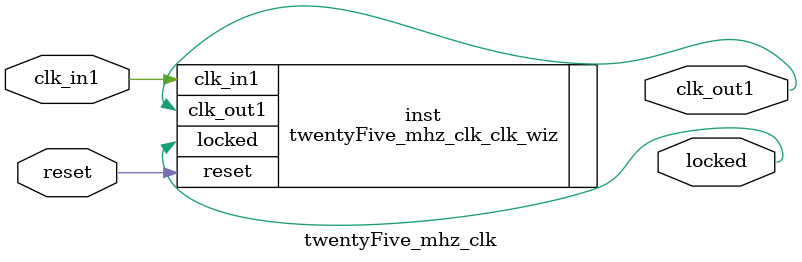
<source format=v>


`timescale 1ps/1ps

(* CORE_GENERATION_INFO = "twentyFive_mhz_clk,clk_wiz_v5_3_2_0,{component_name=twentyFive_mhz_clk,use_phase_alignment=true,use_min_o_jitter=false,use_max_i_jitter=false,use_dyn_phase_shift=false,use_inclk_switchover=false,use_dyn_reconfig=false,enable_axi=0,feedback_source=FDBK_AUTO,PRIMITIVE=MMCM,num_out_clk=1,clkin1_period=10.0,clkin2_period=10.0,use_power_down=false,use_reset=true,use_locked=true,use_inclk_stopped=false,feedback_type=SINGLE,CLOCK_MGR_TYPE=NA,manual_override=false}" *)

module twentyFive_mhz_clk 
 (
  // Clock out ports
  output        clk_out1,
  // Status and control signals
  input         reset,
  output        locked,
 // Clock in ports
  input         clk_in1
 );

  twentyFive_mhz_clk_clk_wiz inst
  (
  // Clock out ports  
  .clk_out1(clk_out1),
  // Status and control signals               
  .reset(reset), 
  .locked(locked),
 // Clock in ports
  .clk_in1(clk_in1)
  );

endmodule

</source>
